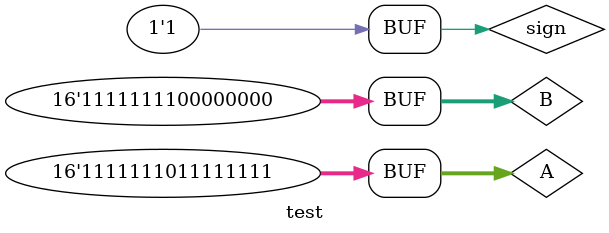
<source format=v>
/*
    VHDL Software: iVerilog
    Source: http://iverilog.icarus.com/
*/

module test();

  wire gt, eq, lt;
  reg signed [15:0] A, B;
  reg sign;

  cmp cmp_test (gt, eq, lt, A, B, sign);

  initial begin
    sign <= 1;
    A <= 1;
    B <= 2;
    #10
    A <= 2;
    B <= 1;
    #10
    A <= 1;
    B <= 1;
    #10
    A <= 256;
    B <= 257;
    #10
    A <= 257;
    B <= 256;
    #10
    A <= 256;
    B <= 256;
    #10
    A <= 2;
    B <= -1;
    #10
    A <= -1;
    B <= 2;
    #10
    A <= 257;
    B <= -256;
    #10
    A <= -256;
    B <= 257;
    #10
    A <= -256;
    B <= -257;
    #10
    A <= -257;
    B <= -256;
  end

  initial begin
    $monitor("cmp: A = %5d, B = %5d\nG | E | L\n%1b | %1b | %1b", A, B, gt, eq, lt);
  end

endmodule

</source>
